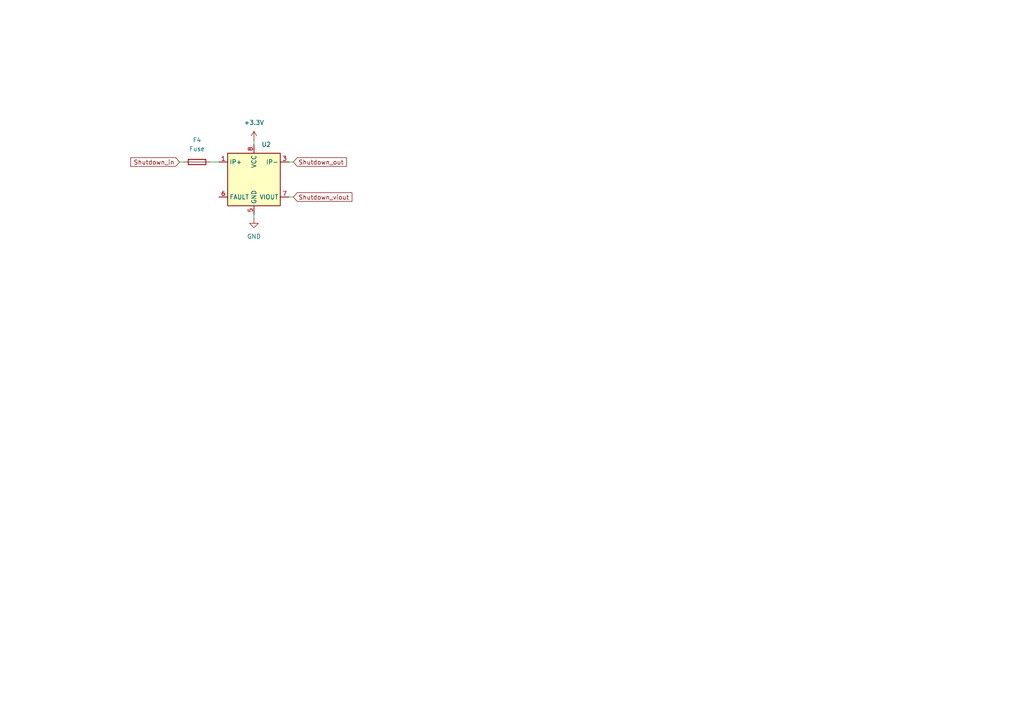
<source format=kicad_sch>
(kicad_sch (version 20231120) (generator "eeschema") (generator_version "8.0")
  (paper "A4")
  (lib_symbols
    (symbol "ACS722xLCTR-10AB_1"
      (property "Reference" "U6" (at -3.0165 -12.7 0))
      (symbol "ACS722xLCTR-10AB_1_0_1"
        (rectangle (start -7.62 7.62) (end 7.62 -7.62) (stroke (width 0.254)) (fill (type background)))
      )
      (symbol "ACS722xLCTR-10AB_1_1_1"
        (pin passive line (at -10.16 5.08 0) (length 2.54) (name "IP+") (number "1"))
        (pin passive line (at -10.16 5.08 0) (length 2.54) hide (name "IP+") (number "2"))
        (pin passive line (at 10.16 5.08 180) (length 2.54) (name "IP-") (number "3"))
        (pin passive line (at 10.16 5.08 180) (length 2.54) hide (name "IP-") (number "4"))
        (pin power_in line (at 0 -10.16 90) (length 2.54) (name "GND") (number "5"))
        (pin input line (at -10.16 -5.08 0) (length 2.54) (name "FAULT") (number "6"))
        (pin output line (at 10.16 -5.08 180) (length 2.54) (name "VIOUT") (number "7"))
        (pin power_in line (at 0 10.16 270) (length 2.54) (name "VCC") (number "8"))
      )
    )
    (symbol "Device:Fuse" (pin_numbers hide) (pin_names (offset 0))
      (property "Reference" "F" (at 2.032 0 90))
      (property "Value" "Fuse" (at -1.905 0 90))
      (symbol "Fuse_0_1"
        (rectangle (start -0.762 -2.54) (end 0.762 2.54) (stroke (width 0.254)))
        (polyline (pts (xy 0 2.54) (xy 0 -2.54)))
      )
      (symbol "Fuse_1_1"
        (pin passive line (at 0 3.81 270) (length 1.27) (name "~") (number "1"))
        (pin passive line (at 0 -3.81 90) (length 1.27) (name "~") (number "2"))
      )
    )
    (symbol "power:+3.3V" (power) (pin_numbers hide) (pin_names (offset 0) hide)
      (property "Value" "+3.3V" (at 0 3.556 0))
      (symbol "+3.3V_0_1"
        (polyline (pts (xy -0.762 1.27) (xy 0 2.54)))
        (polyline (pts (xy 0 0) (xy 0 2.54)))
        (polyline (pts (xy 0 2.54) (xy 0.762 1.27)))
      )
      (symbol "+3.3V_1_1"
        (pin power_in line (at 0 0 90) (length 0) (name "~") (number "1"))
      )
    )
    (symbol "power:GND" (power) (pin_numbers hide) (pin_names (offset 0) hide)
      (property "Value" "GND" (at 0 -3.81 0))
      (symbol "GND_0_1"
        (polyline (pts (xy 0 0) (xy 0 -1.27) (xy 1.27 -1.27) (xy 0 -2.54) (xy -1.27 -1.27) (xy 0 -1.27)))
      )
      (symbol "GND_1_1"
        (pin power_in line (at 0 0 270) (length 0) (name "~") (number "1"))
      )
    )
  )
  (wire (pts (xy 83.82 57.15) (xy 85.09 57.15)))
  (wire (pts (xy 83.82 46.99) (xy 85.09 46.99)))
  (wire (pts (xy 52.07 46.99) (xy 53.34 46.99)))
  (wire (pts (xy 60.96 46.99) (xy 63.5 46.99)))
  (wire (pts (xy 73.66 40.64) (xy 73.66 41.91)))
  (wire (pts (xy 73.66 62.23) (xy 73.66 63.5)))
  (global_label "Shutdown_out" (shape input) (at 85.09 46.99 0) (property "Intersheetrefs" "${INTERSHEET_REFS}" (effects (hide yes))))
  (global_label "Shutdown_viout" (shape input) (at 85.09 57.15 0) (property "Intersheetrefs" "${INTERSHEET_REFS}" (effects (hide yes))))
  (global_label "Shutdown_in" (shape input) (at 52.07 46.99 180) (property "Intersheetrefs" "${INTERSHEET_REFS}" (effects (hide yes))))
  (symbol (lib_name "ACS722xLCTR-10AB_1") (lib_id "Sensor_Current:ACS722xLCTR-10AB") (at 73.66 52.07 0) (unit 1)
    (property "Reference" "U1" (at 75.8541 41.91 0) (effects (justify left)))
    (property "Value" "ACS71240LLCBTR-025B3" (effects (hide yes)))
    (property "Footprint" "Package_SO:SOIC-8_3.9x4.9mm_P1.27mm" (effects (hide yes)))
    (property "Datasheet" "https://www.allegromicro.com/~/media/files/datasheets/acs71240-datasheet.pdf" (effects (hide yes)))
    (property "Description" "±25A Bidirectional Hall-Effect Current Sensor, +3.3V supply, 55mV/A, SOIC-8" (effects (hide yes)))
    (instances (project "Power DIstrobution Board" (path "" (reference "U2") (unit 1)) (path "" (reference "U1") (unit 1))))
  )
  (symbol (lib_id "power:GND") (at 73.66 63.5 0) (unit 1)
    (property "Reference" "#PWR08" (effects (hide yes)))
    (property "Value" "GND" (at 73.66 68.58 0))
    (property "Description" "Power symbol creates a global label with name \"GND\" , ground" (effects (hide yes)))
  )
  (symbol (lib_id "power:+3.3V") (at 73.66 40.64 0) (unit 1)
    (property "Reference" "#PWR03" (effects (hide yes)))
    (property "Value" "+3.3V" (at 73.66 35.56 0))
    (property "Description" "Power symbol creates a global label with name \"+3.3V\"" (effects (hide yes)))
  )
  (symbol (lib_id "Device:Fuse") (at 57.15 46.99 90) (unit 1)
    (property "Reference" "F1" (at 57.15 40.64 90))
    (property "Value" "Fuse" (at 57.15 43.18 90))
    (property "Description" "Fuse" (effects (hide yes)))
    (instances (project "Power DIstrobution Board" (path "" (reference "F4") (unit 1)) (path "" (reference "F1") (unit 1))))
  )
)
</source>
